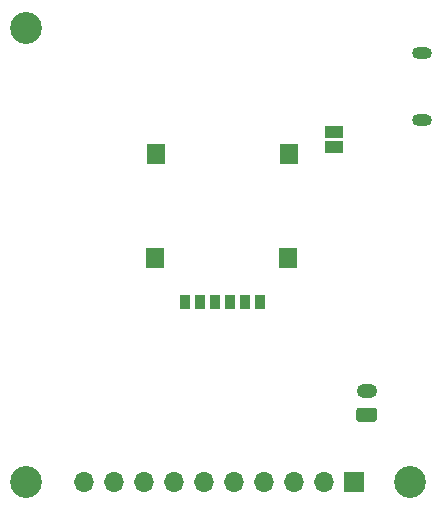
<source format=gbs>
G04 #@! TF.GenerationSoftware,KiCad,Pcbnew,(5.1.4-0)*
G04 #@! TF.CreationDate,2021-09-04T15:45:49+08:00*
G04 #@! TF.ProjectId,SIM7080,53494d37-3038-4302-9e6b-696361645f70,V1.2*
G04 #@! TF.SameCoordinates,Original*
G04 #@! TF.FileFunction,Soldermask,Bot*
G04 #@! TF.FilePolarity,Negative*
%FSLAX46Y46*%
G04 Gerber Fmt 4.6, Leading zero omitted, Abs format (unit mm)*
G04 Created by KiCad (PCBNEW (5.1.4-0)) date 2021-09-04 15:45:49*
%MOMM*%
%LPD*%
G04 APERTURE LIST*
%ADD10C,2.700000*%
%ADD11O,1.700000X1.000000*%
%ADD12R,1.600000X1.800000*%
%ADD13R,0.900000X1.200000*%
%ADD14C,0.100000*%
%ADD15C,1.200000*%
%ADD16O,1.750000X1.200000*%
%ADD17R,1.700000X1.700000*%
%ADD18O,1.700000X1.700000*%
%ADD19R,1.500000X1.000000*%
G04 APERTURE END LIST*
D10*
X138500000Y-74100000D03*
X171000000Y-112500000D03*
X138500000Y-112500000D03*
D11*
X172000000Y-76175000D03*
X172000000Y-81825000D03*
D12*
X149400000Y-93550000D03*
X149500000Y-84700000D03*
X160600000Y-93550000D03*
X160700000Y-84700000D03*
D13*
X151890000Y-97280000D03*
X153160000Y-97280000D03*
X154430000Y-97280000D03*
X155700000Y-97280000D03*
X156970000Y-97280000D03*
X158240000Y-97280000D03*
D14*
G36*
X167949505Y-106201204D02*
G01*
X167973773Y-106204804D01*
X167997572Y-106210765D01*
X168020671Y-106219030D01*
X168042850Y-106229520D01*
X168063893Y-106242132D01*
X168083599Y-106256747D01*
X168101777Y-106273223D01*
X168118253Y-106291401D01*
X168132868Y-106311107D01*
X168145480Y-106332150D01*
X168155970Y-106354329D01*
X168164235Y-106377428D01*
X168170196Y-106401227D01*
X168173796Y-106425495D01*
X168175000Y-106449999D01*
X168175000Y-107150001D01*
X168173796Y-107174505D01*
X168170196Y-107198773D01*
X168164235Y-107222572D01*
X168155970Y-107245671D01*
X168145480Y-107267850D01*
X168132868Y-107288893D01*
X168118253Y-107308599D01*
X168101777Y-107326777D01*
X168083599Y-107343253D01*
X168063893Y-107357868D01*
X168042850Y-107370480D01*
X168020671Y-107380970D01*
X167997572Y-107389235D01*
X167973773Y-107395196D01*
X167949505Y-107398796D01*
X167925001Y-107400000D01*
X166674999Y-107400000D01*
X166650495Y-107398796D01*
X166626227Y-107395196D01*
X166602428Y-107389235D01*
X166579329Y-107380970D01*
X166557150Y-107370480D01*
X166536107Y-107357868D01*
X166516401Y-107343253D01*
X166498223Y-107326777D01*
X166481747Y-107308599D01*
X166467132Y-107288893D01*
X166454520Y-107267850D01*
X166444030Y-107245671D01*
X166435765Y-107222572D01*
X166429804Y-107198773D01*
X166426204Y-107174505D01*
X166425000Y-107150001D01*
X166425000Y-106449999D01*
X166426204Y-106425495D01*
X166429804Y-106401227D01*
X166435765Y-106377428D01*
X166444030Y-106354329D01*
X166454520Y-106332150D01*
X166467132Y-106311107D01*
X166481747Y-106291401D01*
X166498223Y-106273223D01*
X166516401Y-106256747D01*
X166536107Y-106242132D01*
X166557150Y-106229520D01*
X166579329Y-106219030D01*
X166602428Y-106210765D01*
X166626227Y-106204804D01*
X166650495Y-106201204D01*
X166674999Y-106200000D01*
X167925001Y-106200000D01*
X167949505Y-106201204D01*
X167949505Y-106201204D01*
G37*
D15*
X167300000Y-106800000D03*
D16*
X167300000Y-104800000D03*
D17*
X166250000Y-112500000D03*
D18*
X163710000Y-112500000D03*
X161170000Y-112500000D03*
X158630000Y-112500000D03*
X156090000Y-112500000D03*
X153550000Y-112500000D03*
X151010000Y-112500000D03*
X148470000Y-112500000D03*
X145930000Y-112500000D03*
X143390000Y-112500000D03*
D19*
X164500000Y-82850000D03*
X164500000Y-84150000D03*
M02*

</source>
